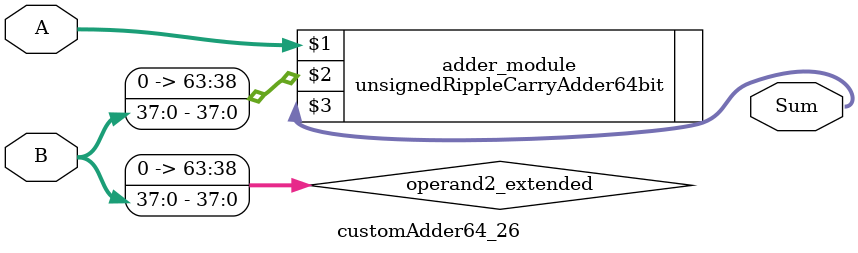
<source format=v>
module customAdder64_26(
                        input [63 : 0] A,
                        input [37 : 0] B,
                        
                        output [64 : 0] Sum
                );

        wire [63 : 0] operand2_extended;
        
        assign operand2_extended =  {26'b0, B};
        
        unsignedRippleCarryAdder64bit adder_module(
            A,
            operand2_extended,
            Sum
        );
        
        endmodule
        
</source>
